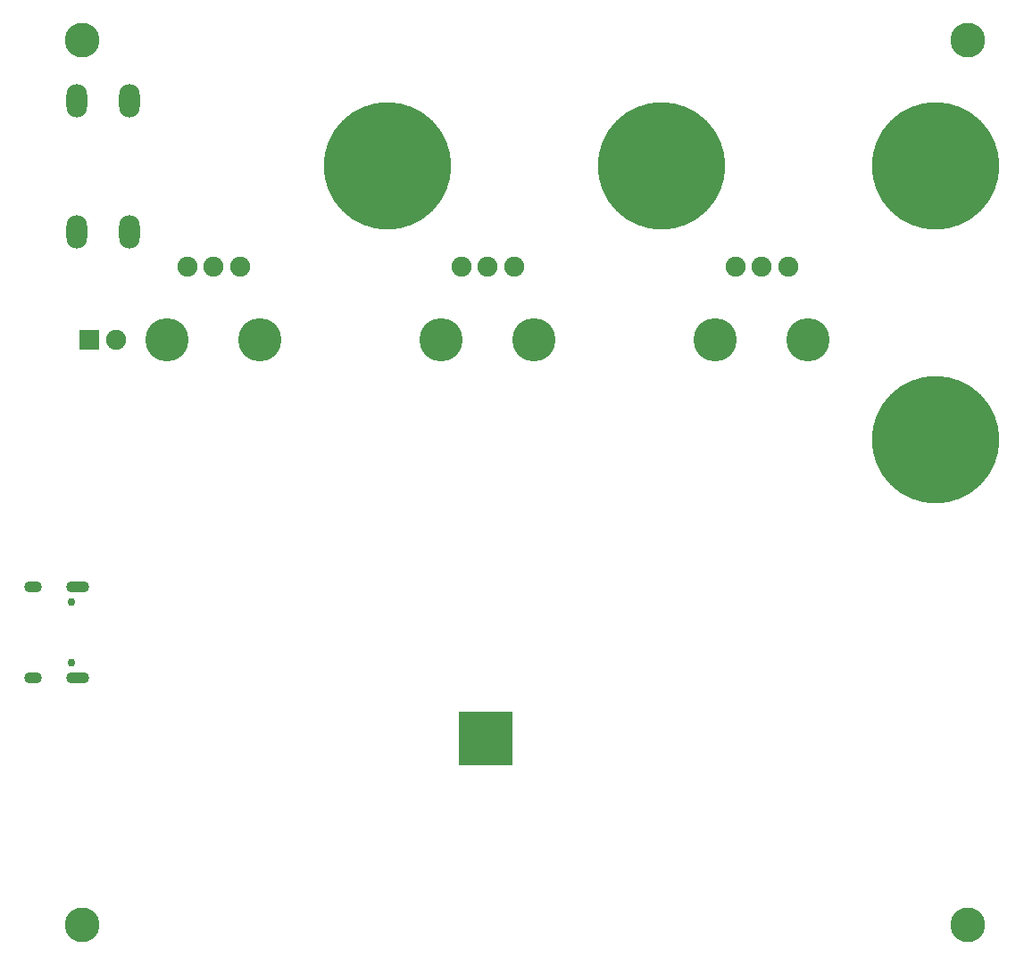
<source format=gbr>
%TF.GenerationSoftware,KiCad,Pcbnew,(5.1.6)-1*%
%TF.CreationDate,2020-10-02T15:44:05+02:00*%
%TF.ProjectId,PTnglieder,50546e67-6c69-4656-9465-722e6b696361,rev?*%
%TF.SameCoordinates,Original*%
%TF.FileFunction,Soldermask,Top*%
%TF.FilePolarity,Negative*%
%FSLAX46Y46*%
G04 Gerber Fmt 4.6, Leading zero omitted, Abs format (unit mm)*
G04 Created by KiCad (PCBNEW (5.1.6)-1) date 2020-10-02 15:44:05*
%MOMM*%
%LPD*%
G01*
G04 APERTURE LIST*
%ADD10C,1.900000*%
%ADD11R,1.900000X1.900000*%
%ADD12R,5.100000X5.100000*%
%ADD13O,2.200000X1.100000*%
%ADD14C,0.750000*%
%ADD15O,1.700000X1.100000*%
%ADD16C,12.100000*%
%ADD17C,4.100000*%
%ADD18O,1.950000X3.148000*%
%ADD19C,3.300000*%
G04 APERTURE END LIST*
D10*
%TO.C,D1*%
X61214000Y-86500000D03*
D11*
X58674000Y-86500000D03*
%TD*%
D12*
%TO.C,U6*%
X96300000Y-124365000D03*
%TD*%
D13*
%TO.C,J5*%
X57585000Y-109930000D03*
X57585000Y-118570000D03*
D14*
X57055000Y-117140000D03*
D15*
X53405000Y-118570000D03*
D14*
X57055000Y-111360000D03*
D15*
X53405000Y-109930000D03*
%TD*%
D16*
%TO.C,J4*%
X139000000Y-96000000D03*
%TD*%
%TO.C,J3*%
X139000000Y-70000000D03*
%TD*%
%TO.C,J2*%
X113000000Y-70000000D03*
%TD*%
%TO.C,J1*%
X87000000Y-70000000D03*
%TD*%
D17*
%TO.C,RV3*%
X118100000Y-86500000D03*
X126900000Y-86500000D03*
D10*
X120000000Y-79500000D03*
X122500000Y-79500000D03*
X125000000Y-79500000D03*
%TD*%
D18*
%TO.C,SW1*%
X57500000Y-63750000D03*
X62500000Y-63750000D03*
X57500000Y-76250000D03*
X62500000Y-76250000D03*
%TD*%
D17*
%TO.C,RV2*%
X92100000Y-86500000D03*
X100900000Y-86500000D03*
D10*
X94000000Y-79500000D03*
X96500000Y-79500000D03*
X99000000Y-79500000D03*
%TD*%
D17*
%TO.C,RV1*%
X66100000Y-86500000D03*
X74900000Y-86500000D03*
D10*
X68000000Y-79500000D03*
X70500000Y-79500000D03*
X73000000Y-79500000D03*
%TD*%
D19*
%TO.C,H4*%
X142000000Y-142000000D03*
%TD*%
%TO.C,H3*%
X58000000Y-58000000D03*
%TD*%
%TO.C,H2*%
X58000000Y-142000000D03*
%TD*%
%TO.C,H1*%
X142000000Y-58000000D03*
%TD*%
M02*

</source>
